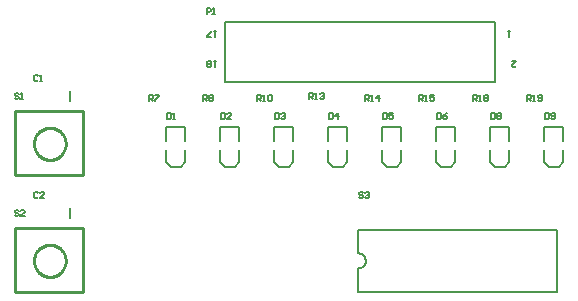
<source format=gto>
%FSDAX24Y24*%
%MOIN*%
%SFA1B1*%

%IPPOS*%
%ADD10C,0.010000*%
%ADD11C,0.007874*%
%ADD12C,0.005000*%
%LNpcb_controlboard-1*%
%LPD*%
G54D10*
X003411Y006670D02*
D01*
X003410Y006707*
X003406Y006743*
X003399Y006780*
X003390Y006816*
X003379Y006851*
X003365Y006886*
X003349Y006919*
X003330Y006951*
X003309Y006982*
X003287Y007011*
X003262Y007039*
X003235Y007064*
X003207Y007088*
X003177Y007110*
X003145Y007130*
X003112Y007147*
X003079Y007162*
X003044Y007175*
X003008Y007185*
X002972Y007193*
X002935Y007198*
X002898Y007201*
X002861*
X002824Y007198*
X002787Y007193*
X002751Y007185*
X002715Y007175*
X002680Y007162*
X002647Y007147*
X002614Y007130*
X002582Y007110*
X002552Y007088*
X002524Y007064*
X002497Y007039*
X002472Y007011*
X002450Y006982*
X002429Y006951*
X002410Y006919*
X002394Y006886*
X002380Y006851*
X002369Y006816*
X002360Y006780*
X002353Y006743*
X002349Y006707*
X002348Y006670*
X002349Y006632*
X002353Y006596*
X002360Y006559*
X002369Y006523*
X002380Y006488*
X002394Y006453*
X002410Y006420*
X002429Y006388*
X002450Y006357*
X002472Y006328*
X002497Y006300*
X002524Y006275*
X002552Y006251*
X002582Y006229*
X002614Y006209*
X002647Y006192*
X002680Y006177*
X002715Y006164*
X002751Y006154*
X002787Y006146*
X002824Y006141*
X002861Y006138*
X002898*
X002935Y006141*
X002972Y006146*
X003008Y006154*
X003044Y006164*
X003079Y006177*
X003112Y006192*
X003145Y006209*
X003177Y006229*
X003207Y006251*
X003235Y006275*
X003262Y006300*
X003287Y006328*
X003309Y006357*
X003330Y006388*
X003349Y006420*
X003365Y006453*
X003379Y006488*
X003390Y006523*
X003399Y006559*
X003406Y006596*
X003410Y006632*
X003411Y006670*
Y002770D02*
D01*
X003410Y002807*
X003406Y002843*
X003399Y002880*
X003390Y002916*
X003379Y002951*
X003365Y002986*
X003349Y003019*
X003330Y003051*
X003309Y003082*
X003287Y003111*
X003262Y003139*
X003235Y003164*
X003207Y003188*
X003177Y003210*
X003145Y003230*
X003112Y003247*
X003079Y003262*
X003044Y003275*
X003008Y003285*
X002972Y003293*
X002935Y003298*
X002898Y003301*
X002861*
X002824Y003298*
X002787Y003293*
X002751Y003285*
X002715Y003275*
X002680Y003262*
X002647Y003247*
X002614Y003230*
X002582Y003210*
X002552Y003188*
X002524Y003164*
X002497Y003139*
X002472Y003111*
X002450Y003082*
X002429Y003051*
X002410Y003019*
X002394Y002986*
X002380Y002951*
X002369Y002916*
X002360Y002880*
X002353Y002843*
X002349Y002807*
X002348Y002770*
X002349Y002732*
X002353Y002696*
X002360Y002659*
X002369Y002623*
X002380Y002588*
X002394Y002553*
X002410Y002520*
X002429Y002488*
X002450Y002457*
X002472Y002428*
X002497Y002400*
X002524Y002375*
X002552Y002351*
X002582Y002329*
X002614Y002309*
X002647Y002292*
X002680Y002277*
X002715Y002264*
X002751Y002254*
X002787Y002246*
X002824Y002241*
X002861Y002238*
X002898*
X002935Y002241*
X002972Y002246*
X003008Y002254*
X003044Y002264*
X003079Y002277*
X003112Y002292*
X003145Y002309*
X003177Y002329*
X003207Y002351*
X003235Y002375*
X003262Y002400*
X003287Y002428*
X003309Y002457*
X003330Y002488*
X003349Y002520*
X003365Y002553*
X003379Y002588*
X003390Y002623*
X003399Y002659*
X003406Y002696*
X003410Y002732*
X003411Y002770*
X003980Y005620D02*
Y007770D01*
X001730D02*
X003980D01*
X001730Y005620D02*
Y007770D01*
Y005620D02*
X003980D01*
Y001720D02*
Y003870D01*
X001730D02*
X003980D01*
X001730Y001720D02*
Y003870D01*
Y001720D02*
X003980D01*
G54D11*
X013161Y002520D02*
D01*
X013178Y002520*
X013195Y002522*
X013213Y002525*
X013230Y002529*
X013246Y002535*
X013262Y002541*
X013278Y002549*
X013293Y002557*
X013308Y002567*
X013321Y002578*
X013334Y002590*
X013346Y002602*
X013358Y002616*
X013368Y002630*
X013377Y002645*
X013385Y002660*
X013392Y002676*
X013398Y002692*
X013403Y002709*
X013407Y002726*
X013409Y002743*
X013410Y002761*
Y002778*
X013409Y002796*
X013407Y002813*
X013403Y002830*
X013398Y002847*
X013392Y002863*
X013385Y002879*
X013377Y002895*
X013368Y002909*
X013358Y002923*
X013346Y002937*
X013334Y002949*
X013321Y002961*
X013308Y002972*
X013293Y002982*
X013278Y002990*
X013262Y002998*
X013246Y003004*
X013230Y003010*
X013213Y003014*
X013195Y003017*
X013178Y003019*
X013161Y003020*
X003549Y008112D02*
Y008427D01*
Y004212D02*
Y004527D01*
X008700Y010720D02*
X017700D01*
X008700Y008720D02*
X017700D01*
Y010720*
X008700Y008720D02*
Y010720D01*
X013161Y001726D02*
Y002520D01*
Y003020D02*
Y003813D01*
X019791Y001726D02*
Y003813D01*
X013161Y001726D02*
X019791D01*
X013161Y003813D02*
X019791D01*
X007394Y006079D02*
Y006473D01*
X006765Y006079D02*
X006922Y005882D01*
X007237D02*
X007394Y006079D01*
X006765D02*
Y006473D01*
X006922Y005882D02*
X007237D01*
X006765Y007221D02*
X007394D01*
Y006748D02*
Y007221D01*
X006765Y006748D02*
Y007221D01*
X009194Y006079D02*
Y006473D01*
X008565Y006079D02*
X008722Y005882D01*
X009037D02*
X009194Y006079D01*
X008565D02*
Y006473D01*
X008722Y005882D02*
X009037D01*
X008565Y007221D02*
X009194D01*
Y006748D02*
Y007221D01*
X008565Y006748D02*
Y007221D01*
X010994Y006079D02*
Y006473D01*
X010365Y006079D02*
X010522Y005882D01*
X010837D02*
X010994Y006079D01*
X010365D02*
Y006473D01*
X010522Y005882D02*
X010837D01*
X010365Y007221D02*
X010994D01*
Y006748D02*
Y007221D01*
X010365Y006748D02*
Y007221D01*
X012794Y006079D02*
Y006473D01*
X012165Y006079D02*
X012322Y005882D01*
X012637D02*
X012794Y006079D01*
X012165D02*
Y006473D01*
X012322Y005882D02*
X012637D01*
X012165Y007221D02*
X012794D01*
Y006748D02*
Y007221D01*
X012165Y006748D02*
Y007221D01*
X014594Y006079D02*
Y006473D01*
X013965Y006079D02*
X014122Y005882D01*
X014437D02*
X014594Y006079D01*
X013965D02*
Y006473D01*
X014122Y005882D02*
X014437D01*
X013965Y007221D02*
X014594D01*
Y006748D02*
Y007221D01*
X013965Y006748D02*
Y007221D01*
X016394Y006079D02*
Y006473D01*
X015765Y006079D02*
X015922Y005882D01*
X016237D02*
X016394Y006079D01*
X015765D02*
Y006473D01*
X015922Y005882D02*
X016237D01*
X015765Y007221D02*
X016394D01*
Y006748D02*
Y007221D01*
X015765Y006748D02*
Y007221D01*
X018194Y006079D02*
Y006473D01*
X017565Y006079D02*
X017722Y005882D01*
X018037D02*
X018194Y006079D01*
X017565D02*
Y006473D01*
X017722Y005882D02*
X018037D01*
X017565Y007221D02*
X018194D01*
Y006748D02*
Y007221D01*
X017565Y006748D02*
Y007221D01*
X019994Y006079D02*
Y006473D01*
X019365Y006079D02*
X019522Y005882D01*
X019837D02*
X019994Y006079D01*
X019365D02*
Y006473D01*
X019522Y005882D02*
X019837D01*
X019365Y007221D02*
X019994D01*
Y006748D02*
Y007221D01*
X019365Y006748D02*
Y007221D01*
G54D12*
X008400Y009420D02*
X008333D01*
X008366*
Y009220*
X008400Y009253*
X008233D02*
X008200Y009220D01*
X008133*
X008100Y009253*
Y009286*
X008133Y009320*
X008100Y009353*
Y009386*
X008133Y009420*
X008200*
X008233Y009386*
Y009353*
X008200Y009320*
X008233Y009286*
Y009253*
X008200Y009320D02*
X008133D01*
X008400Y010420D02*
X008333D01*
X008366*
Y010220*
X008400Y010253*
X008233Y010220D02*
X008100D01*
Y010253*
X008233Y010386*
Y010420*
X018200D02*
X018133D01*
X018166*
Y010220*
X018200Y010253*
X018266Y009420D02*
X018400D01*
X018266Y009286*
Y009253*
X018300Y009220*
X018366*
X018400Y009253*
X013303Y005026D02*
X013269Y005059D01*
X013203*
X013170Y005026*
Y004993*
X013203Y004959*
X013269*
X013303Y004926*
Y004893*
X013269Y004860*
X013203*
X013170Y004893*
X013369Y005026D02*
X013403Y005059D01*
X013469*
X013503Y005026*
Y004993*
X013469Y004959*
X013436*
X013469*
X013503Y004926*
Y004893*
X013469Y004860*
X013403*
X013369Y004893*
X001833Y004416D02*
X001799Y004449D01*
X001733*
X001700Y004416*
Y004383*
X001733Y004349*
X001799*
X001833Y004316*
Y004283*
X001799Y004250*
X001733*
X001700Y004283*
X002033Y004250D02*
X001899D01*
X002033Y004383*
Y004416*
X001999Y004449*
X001933*
X001899Y004416*
X001833Y008316D02*
X001799Y008349D01*
X001733*
X001700Y008316*
Y008283*
X001733Y008249*
X001799*
X001833Y008216*
Y008183*
X001799Y008150*
X001733*
X001700Y008183*
X001899Y008150D02*
X001966D01*
X001933*
Y008349*
X001899Y008316*
X018790Y008110D02*
Y008309D01*
X018889*
X018923Y008276*
Y008209*
X018889Y008176*
X018790*
X018856D02*
X018923Y008110D01*
X018989D02*
X019056D01*
X019023*
Y008309*
X018989Y008276*
X019156Y008143D02*
X019189Y008110D01*
X019256*
X019289Y008143*
Y008276*
X019256Y008309*
X019189*
X019156Y008276*
Y008243*
X019189Y008209*
X019289*
X016990Y008110D02*
Y008309D01*
X017089*
X017123Y008276*
Y008209*
X017089Y008176*
X016990*
X017056D02*
X017123Y008110D01*
X017189D02*
X017256D01*
X017223*
Y008309*
X017189Y008276*
X017356D02*
X017389Y008309D01*
X017456*
X017489Y008276*
Y008243*
X017456Y008209*
X017489Y008176*
Y008143*
X017456Y008110*
X017389*
X017356Y008143*
Y008176*
X017389Y008209*
X017356Y008243*
Y008276*
X017389Y008209D02*
X017456D01*
X015190Y008110D02*
Y008309D01*
X015289*
X015323Y008276*
Y008209*
X015289Y008176*
X015190*
X015256D02*
X015323Y008110D01*
X015389D02*
X015456D01*
X015423*
Y008309*
X015389Y008276*
X015689Y008309D02*
X015556D01*
Y008209*
X015623Y008243*
X015656*
X015689Y008209*
Y008143*
X015656Y008110*
X015589*
X015556Y008143*
X013390Y008110D02*
Y008309D01*
X013489*
X013523Y008276*
Y008209*
X013489Y008176*
X013390*
X013456D02*
X013523Y008110D01*
X013589D02*
X013656D01*
X013623*
Y008309*
X013589Y008276*
X013856Y008110D02*
Y008309D01*
X013756Y008209*
X013889*
X011510Y008160D02*
Y008359D01*
X011609*
X011643Y008326*
Y008259*
X011609Y008226*
X011510*
X011576D02*
X011643Y008160D01*
X011709D02*
X011776D01*
X011743*
Y008359*
X011709Y008326*
X011876D02*
X011909Y008359D01*
X011976*
X012009Y008326*
Y008293*
X011976Y008259*
X011943*
X011976*
X012009Y008226*
Y008193*
X011976Y008160*
X011909*
X011876Y008193*
X009790Y008110D02*
Y008309D01*
X009889*
X009923Y008276*
Y008209*
X009889Y008176*
X009790*
X009856D02*
X009923Y008110D01*
X009989D02*
X010056D01*
X010023*
Y008309*
X009989Y008276*
X010156D02*
X010189Y008309D01*
X010256*
X010289Y008276*
Y008143*
X010256Y008110*
X010189*
X010156Y008143*
Y008276*
X007990Y008110D02*
Y008309D01*
X008089*
X008123Y008276*
Y008209*
X008089Y008176*
X007990*
X008056D02*
X008123Y008110D01*
X008189Y008276D02*
X008223Y008309D01*
X008289*
X008323Y008276*
Y008243*
X008289Y008209*
X008323Y008176*
Y008143*
X008289Y008110*
X008223*
X008189Y008143*
Y008176*
X008223Y008209*
X008189Y008243*
Y008276*
X008223Y008209D02*
X008289D01*
X006190Y008110D02*
Y008309D01*
X006289*
X006323Y008276*
Y008209*
X006289Y008176*
X006190*
X006256D02*
X006323Y008110D01*
X006389Y008309D02*
X006523D01*
Y008276*
X006389Y008143*
Y008110*
X008100Y011010D02*
Y011209D01*
X008199*
X008233Y011176*
Y011109*
X008199Y011076*
X008100*
X008299Y011010D02*
X008366D01*
X008333*
Y011209*
X008299Y011176*
X019380Y007709D02*
Y007510D01*
X019479*
X019513Y007543*
Y007676*
X019479Y007709*
X019380*
X019579Y007543D02*
X019613Y007510D01*
X019679*
X019713Y007543*
Y007676*
X019679Y007709*
X019613*
X019579Y007676*
Y007643*
X019613Y007609*
X019713*
X017580Y007709D02*
Y007510D01*
X017679*
X017713Y007543*
Y007676*
X017679Y007709*
X017580*
X017779Y007676D02*
X017813Y007709D01*
X017879*
X017913Y007676*
Y007643*
X017879Y007609*
X017913Y007576*
Y007543*
X017879Y007510*
X017813*
X017779Y007543*
Y007576*
X017813Y007609*
X017779Y007643*
Y007676*
X017813Y007609D02*
X017879D01*
X015780Y007709D02*
Y007510D01*
X015879*
X015913Y007543*
Y007676*
X015879Y007709*
X015780*
X016113D02*
X016046Y007676D01*
X015979Y007609*
Y007543*
X016013Y007510*
X016079*
X016113Y007543*
Y007576*
X016079Y007609*
X015979*
X013980Y007709D02*
Y007510D01*
X014079*
X014113Y007543*
Y007676*
X014079Y007709*
X013980*
X014313D02*
X014179D01*
Y007609*
X014246Y007643*
X014279*
X014313Y007609*
Y007543*
X014279Y007510*
X014213*
X014179Y007543*
X012180Y007709D02*
Y007510D01*
X012279*
X012313Y007543*
Y007676*
X012279Y007709*
X012180*
X012479Y007510D02*
Y007709D01*
X012379Y007609*
X012513*
X010380Y007709D02*
Y007510D01*
X010479*
X010513Y007543*
Y007676*
X010479Y007709*
X010380*
X010579Y007676D02*
X010613Y007709D01*
X010679*
X010713Y007676*
Y007643*
X010679Y007609*
X010646*
X010679*
X010713Y007576*
Y007543*
X010679Y007510*
X010613*
X010579Y007543*
X008580Y007709D02*
Y007510D01*
X008679*
X008713Y007543*
Y007676*
X008679Y007709*
X008580*
X008913Y007510D02*
X008779D01*
X008913Y007643*
Y007676*
X008879Y007709*
X008813*
X008779Y007676*
X006780Y007709D02*
Y007510D01*
X006879*
X006913Y007543*
Y007676*
X006879Y007709*
X006780*
X006979Y007510D02*
X007046D01*
X007013*
Y007709*
X006979Y007676*
X002473Y005026D02*
X002439Y005059D01*
X002373*
X002340Y005026*
Y004893*
X002373Y004860*
X002439*
X002473Y004893*
X002673Y004860D02*
X002539D01*
X002673Y004993*
Y005026*
X002639Y005059*
X002573*
X002539Y005026*
X002473Y008926D02*
X002439Y008959D01*
X002373*
X002340Y008926*
Y008793*
X002373Y008760*
X002439*
X002473Y008793*
X002539Y008760D02*
X002606D01*
X002573*
Y008959*
X002539Y008926*
M02*
</source>
